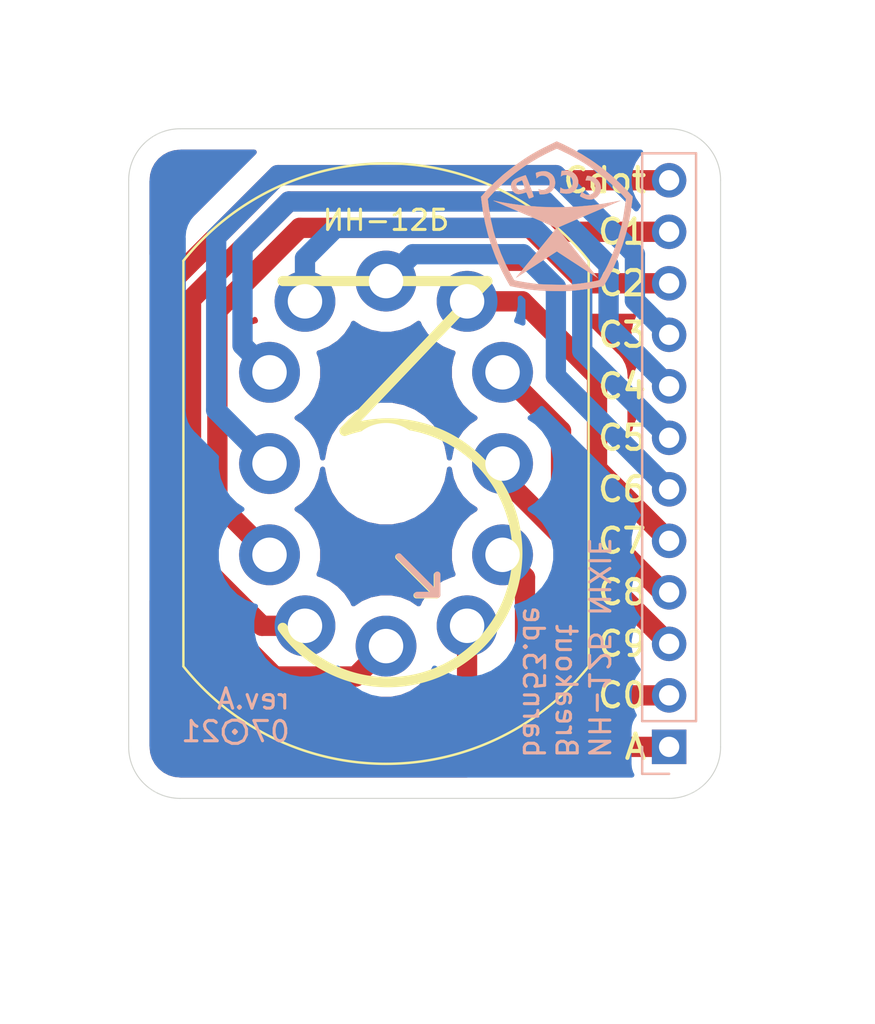
<source format=kicad_pcb>
(kicad_pcb (version 20171130) (host pcbnew "(5.1.9-0-10_14)")

  (general
    (thickness 1.6)
    (drawings 23)
    (tracks 64)
    (zones 0)
    (modules 3)
    (nets 13)
  )

  (page A4)
  (layers
    (0 F.Cu signal)
    (31 B.Cu signal)
    (32 B.Adhes user)
    (33 F.Adhes user)
    (34 B.Paste user)
    (35 F.Paste user)
    (36 B.SilkS user)
    (37 F.SilkS user)
    (38 B.Mask user)
    (39 F.Mask user)
    (40 Dwgs.User user)
    (41 Cmts.User user)
    (42 Eco1.User user)
    (43 Eco2.User user)
    (44 Edge.Cuts user)
    (45 Margin user)
    (46 B.CrtYd user)
    (47 F.CrtYd user)
    (48 B.Fab user)
    (49 F.Fab user)
  )

  (setup
    (last_trace_width 1)
    (user_trace_width 0.127)
    (user_trace_width 0.1524)
    (user_trace_width 0.3048)
    (user_trace_width 0.381)
    (user_trace_width 0.5)
    (user_trace_width 1)
    (trace_clearance 0.3)
    (zone_clearance 1)
    (zone_45_only no)
    (trace_min 0.127)
    (via_size 0.6)
    (via_drill 0.3)
    (via_min_size 0.6)
    (via_min_drill 0.3)
    (user_via 0.6 0.3)
    (user_via 0.762 0.381)
    (uvia_size 0.6)
    (uvia_drill 0.3)
    (uvias_allowed no)
    (uvia_min_size 0.6)
    (uvia_min_drill 0.3)
    (edge_width 0.05)
    (segment_width 0.2)
    (pcb_text_width 0.3)
    (pcb_text_size 1.5 1.5)
    (mod_edge_width 0.12)
    (mod_text_size 0.8128 0.8128)
    (mod_text_width 0.1524)
    (pad_size 1.524 1.524)
    (pad_drill 0.762)
    (pad_to_mask_clearance 0.05)
    (aux_axis_origin 0 0)
    (visible_elements 7FFFFFFF)
    (pcbplotparams
      (layerselection 0x010fc_ffffffff)
      (usegerberextensions false)
      (usegerberattributes true)
      (usegerberadvancedattributes true)
      (creategerberjobfile true)
      (excludeedgelayer true)
      (linewidth 0.100000)
      (plotframeref false)
      (viasonmask false)
      (mode 1)
      (useauxorigin false)
      (hpglpennumber 1)
      (hpglpenspeed 20)
      (hpglpendiameter 15.000000)
      (psnegative false)
      (psa4output false)
      (plotreference true)
      (plotvalue true)
      (plotinvisibletext false)
      (padsonsilk false)
      (subtractmaskfromsilk false)
      (outputformat 1)
      (mirror false)
      (drillshape 0)
      (scaleselection 1)
      (outputdirectory "fabrication/"))
  )

  (net 0 "")
  (net 1 /C5)
  (net 2 /C4)
  (net 3 /C3)
  (net 4 /C2)
  (net 5 /C1)
  (net 6 /CDot)
  (net 7 /A)
  (net 8 /C0)
  (net 9 /C9)
  (net 10 /C8)
  (net 11 /C7)
  (net 12 /C6)

  (net_class Default "This is the default net class."
    (clearance 0.3)
    (trace_width 1)
    (via_dia 0.6)
    (via_drill 0.3)
    (uvia_dia 0.6)
    (uvia_drill 0.3)
    (diff_pair_width 0.1524)
    (diff_pair_gap 0.127)
    (add_net /A)
    (add_net /C0)
    (add_net /C1)
    (add_net /C2)
    (add_net /C3)
    (add_net /C4)
    (add_net /C5)
    (add_net /C6)
    (add_net /C7)
    (add_net /C8)
    (add_net /C9)
    (add_net /CDot)
  )

  (net_class Power ""
    (clearance 0.254)
    (trace_width 0.3048)
    (via_dia 0.6)
    (via_drill 0.3)
    (uvia_dia 0.6)
    (uvia_drill 0.3)
    (diff_pair_width 0.3048)
    (diff_pair_gap 0.254)
  )

  (module barn53-kicad:cccp (layer B.Cu) (tedit 0) (tstamp 60E529A9)
    (at 107.5 47.5 180)
    (fp_text reference G*** (at 0 0) (layer B.SilkS) hide
      (effects (font (size 1.524 1.524) (thickness 0.3)) (justify mirror))
    )
    (fp_text value LOGO (at 0.75 0 270) (layer B.SilkS) hide
      (effects (font (size 1.524 1.524) (thickness 0.3)) (justify mirror))
    )
    (fp_poly (pts (xy 0.404073 3.508312) (xy 0.635817 3.393837) (xy 0.839764 3.289228) (xy 1.024355 3.189717)
      (xy 1.198026 3.090536) (xy 1.369215 2.986918) (xy 1.546361 2.874096) (xy 1.666331 2.795141)
      (xy 2.172151 2.438483) (xy 2.643958 2.063706) (xy 3.082823 1.669901) (xy 3.489817 1.256159)
      (xy 3.530721 1.21155) (xy 3.753017 0.967483) (xy 3.741211 0.859857) (xy 3.659009 0.250904)
      (xy 3.547841 -0.335726) (xy 3.406192 -0.905525) (xy 3.232544 -1.463983) (xy 3.025381 -2.01659)
      (xy 2.810315 -2.510692) (xy 2.745908 -2.645326) (xy 2.670957 -2.795026) (xy 2.592977 -2.945187)
      (xy 2.519481 -3.081204) (xy 2.487773 -3.137582) (xy 2.319117 -3.432319) (xy 2.063212 -3.484638)
      (xy 1.718322 -3.549542) (xy 1.384497 -3.60023) (xy 1.0509 -3.63781) (xy 0.706692 -3.663394)
      (xy 0.341034 -3.678088) (xy 0.136769 -3.681819) (xy -0.012992 -3.683248) (xy -0.155319 -3.68402)
      (xy -0.283968 -3.684144) (xy -0.392699 -3.683634) (xy -0.47527 -3.682499) (xy -0.525439 -3.680752)
      (xy -0.527538 -3.68061) (xy -0.91447 -3.648595) (xy -1.270349 -3.609875) (xy -1.602779 -3.563481)
      (xy -1.919362 -3.508442) (xy -1.995931 -3.493418) (xy -2.301785 -3.432042) (xy -2.471253 -3.133809)
      (xy -2.540675 -3.007718) (xy -2.618036 -2.860784) (xy -2.695656 -2.707981) (xy -2.765851 -2.564286)
      (xy -2.792752 -2.507057) (xy -3.028905 -1.960042) (xy -3.23075 -1.412215) (xy -3.399835 -0.857957)
      (xy -3.537712 -0.291648) (xy -3.64593 0.292334) (xy -3.721907 0.861806) (xy -3.401927 0.861806)
      (xy -3.360183 0.53348) (xy -3.268183 -0.054829) (xy -3.143669 -0.624244) (xy -2.985265 -1.179477)
      (xy -2.791594 -1.725243) (xy -2.56128 -2.266256) (xy -2.512531 -2.370446) (xy -2.475678 -2.445762)
      (xy -2.428374 -2.539001) (xy -2.374139 -2.643588) (xy -2.31649 -2.752946) (xy -2.258947 -2.8605)
      (xy -2.205027 -2.959675) (xy -2.15825 -3.043894) (xy -2.122134 -3.106583) (xy -2.100198 -3.141166)
      (xy -2.099944 -3.141505) (xy -2.080347 -3.147461) (xy -2.03002 -3.159604) (xy -1.956496 -3.176188)
      (xy -1.86731 -3.195468) (xy -1.86367 -3.19624) (xy -1.636329 -3.240003) (xy -1.386774 -3.280398)
      (xy -1.13186 -3.314912) (xy -0.898769 -3.340085) (xy -0.800315 -3.349216) (xy -0.708221 -3.357807)
      (xy -0.634141 -3.364769) (xy -0.595923 -3.368409) (xy -0.527778 -3.372321) (xy -0.426864 -3.374551)
      (xy -0.299446 -3.375235) (xy -0.15179 -3.374509) (xy 0.009839 -3.372511) (xy 0.179175 -3.369376)
      (xy 0.349953 -3.365242) (xy 0.515907 -3.360245) (xy 0.670772 -3.354521) (xy 0.808283 -3.348208)
      (xy 0.922174 -3.341442) (xy 1.006179 -3.33436) (xy 1.016 -3.333257) (xy 1.145729 -3.316924)
      (xy 1.285511 -3.297472) (xy 1.429958 -3.275836) (xy 1.573683 -3.252954) (xy 1.711297 -3.229761)
      (xy 1.837413 -3.207194) (xy 1.946643 -3.18619) (xy 2.033598 -3.167683) (xy 2.092891 -3.152611)
      (xy 2.119133 -3.14191) (xy 2.119482 -3.141505) (xy 2.141118 -3.107515) (xy 2.176999 -3.045295)
      (xy 2.223608 -2.96142) (xy 2.277425 -2.862466) (xy 2.334932 -2.755009) (xy 2.392612 -2.645624)
      (xy 2.446944 -2.540887) (xy 2.494411 -2.447373) (xy 2.531494 -2.371659) (xy 2.53207 -2.370446)
      (xy 2.769623 -1.829771) (xy 2.970265 -1.285247) (xy 3.13537 -0.732165) (xy 3.266314 -0.165812)
      (xy 3.364471 0.418522) (xy 3.379716 0.533439) (xy 3.421455 0.861723) (xy 3.305225 0.992593)
      (xy 3.140987 1.169213) (xy 2.950703 1.359636) (xy 2.741661 1.557273) (xy 2.521153 1.755538)
      (xy 2.296467 1.947845) (xy 2.074893 2.127607) (xy 1.905 2.257789) (xy 1.598221 2.47402)
      (xy 1.263516 2.688372) (xy 0.911781 2.89452) (xy 0.553912 3.086138) (xy 0.200805 3.2569)
      (xy 0.126279 3.290404) (xy 0.008328 3.342676) (xy -0.186336 3.252529) (xy -0.61707 3.042736)
      (xy -1.017706 2.82525) (xy -1.397166 2.594462) (xy -1.764373 2.344758) (xy -2.128249 2.070529)
      (xy -2.344615 1.895266) (xy -2.476714 1.781763) (xy -2.625768 1.647187) (xy -2.783052 1.499903)
      (xy -2.939839 1.348276) (xy -3.087401 1.200669) (xy -3.217012 1.065447) (xy -3.265974 1.012173)
      (xy -3.401927 0.861806) (xy -3.721907 0.861806) (xy -3.722028 0.862706) (xy -3.73419 0.97318)
      (xy -3.491674 1.233936) (xy -3.105055 1.628687) (xy -2.704615 1.995303) (xy -2.283097 2.339927)
      (xy -1.833246 2.668701) (xy -1.651 2.792329) (xy -1.233728 3.054909) (xy -0.793818 3.303972)
      (xy -0.346771 3.530993) (xy -0.103927 3.643167) (xy 0.016838 3.696894) (xy 0.404073 3.508312)) (layer B.SilkS) (width 0.01))
    (fp_poly (pts (xy 3.122719 0.766317) (xy 3.072373 0.744106) (xy 2.991234 0.70881) (xy 2.881884 0.661536)
      (xy 2.746902 0.603395) (xy 2.588872 0.535495) (xy 2.410373 0.458946) (xy 2.213986 0.374858)
      (xy 2.002294 0.284338) (xy 1.777877 0.188497) (xy 1.590361 0.108502) (xy 1.357242 0.008989)
      (xy 1.134542 -0.086292) (xy 0.924871 -0.176212) (xy 0.730837 -0.259642) (xy 0.555049 -0.335454)
      (xy 0.400115 -0.402519) (xy 0.268644 -0.459707) (xy 0.163246 -0.505891) (xy 0.086528 -0.539942)
      (xy 0.041099 -0.56073) (xy 0.029047 -0.567037) (xy 0.039883 -0.583825) (xy 0.073765 -0.62847)
      (xy 0.128859 -0.698696) (xy 0.203328 -0.79223) (xy 0.295338 -0.906795) (xy 0.403054 -1.040118)
      (xy 0.524639 -1.189922) (xy 0.65826 -1.353934) (xy 0.80208 -1.529878) (xy 0.954265 -1.71548)
      (xy 1.023316 -1.799512) (xy 1.178608 -1.988503) (xy 1.326438 -2.168667) (xy 1.464964 -2.337744)
      (xy 1.592345 -2.493476) (xy 1.706739 -2.633602) (xy 1.806306 -2.755864) (xy 1.889203 -2.858003)
      (xy 1.95359 -2.937758) (xy 1.997625 -2.992871) (xy 2.019467 -3.021082) (xy 2.021572 -3.024393)
      (xy 2.004903 -3.015062) (xy 1.958308 -2.986205) (xy 1.884601 -2.939626) (xy 1.786597 -2.877131)
      (xy 1.667111 -2.800524) (xy 1.528957 -2.711611) (xy 1.37495 -2.612196) (xy 1.207905 -2.504084)
      (xy 1.030636 -2.38908) (xy 1.013556 -2.377985) (xy 0.009769 -1.725877) (xy -0.068385 -1.778664)
      (xy -0.116711 -1.810881) (xy -0.190462 -1.859486) (xy -0.286187 -1.92224) (xy -0.400435 -1.996904)
      (xy -0.529755 -2.08124) (xy -0.670695 -2.17301) (xy -0.819804 -2.269974) (xy -0.97363 -2.369895)
      (xy -1.128724 -2.470534) (xy -1.281632 -2.569652) (xy -1.428905 -2.665011) (xy -1.56709 -2.754373)
      (xy -1.692737 -2.835499) (xy -1.802395 -2.90615) (xy -1.892612 -2.964088) (xy -1.959936 -3.007075)
      (xy -2.000918 -3.032871) (xy -2.012462 -3.039608) (xy -2.000373 -3.023891) (xy -1.965337 -2.980228)
      (xy -1.909195 -2.910875) (xy -1.833789 -2.818094) (xy -1.740963 -2.704143) (xy -1.632559 -2.571281)
      (xy -1.510419 -2.421766) (xy -1.376386 -2.257859) (xy -1.232302 -2.081818) (xy -1.08001 -1.895903)
      (xy -1.006932 -1.806742) (xy -0.851546 -1.616928) (xy -0.703691 -1.435791) (xy -0.565195 -1.265603)
      (xy -0.437887 -1.108634) (xy -0.323593 -0.967155) (xy -0.224143 -0.843437) (xy -0.141364 -0.739751)
      (xy -0.077085 -0.658368) (xy -0.033133 -0.601558) (xy -0.011338 -0.571593) (xy -0.00926 -0.567438)
      (xy -0.028008 -0.558037) (xy -0.080109 -0.534472) (xy -0.162956 -0.497873) (xy -0.273942 -0.449365)
      (xy -0.410461 -0.390078) (xy -0.569903 -0.321138) (xy -0.749663 -0.243675) (xy -0.947133 -0.158814)
      (xy -1.159705 -0.067686) (xy -1.384773 0.028584) (xy -1.570611 0.107921) (xy -1.803394 0.207275)
      (xy -2.025523 0.302198) (xy -2.234415 0.391581) (xy -2.427492 0.474315) (xy -2.602173 0.549289)
      (xy -2.755878 0.615394) (xy -2.886025 0.671521) (xy -2.990035 0.71656) (xy -3.065326 0.749402)
      (xy -3.10932 0.768937) (xy -3.120244 0.77424) (xy -3.100812 0.771861) (xy -3.049924 0.762846)
      (xy -2.97439 0.748473) (xy -2.88102 0.730018) (xy -2.835638 0.720852) (xy -2.264916 0.61934)
      (xy -1.670087 0.541129) (xy -1.05867 0.48657) (xy -0.438186 0.456015) (xy 0.183843 0.449817)
      (xy 0.799898 0.468328) (xy 1.402457 0.511901) (xy 1.475154 0.518996) (xy 1.667933 0.540147)
      (xy 1.879502 0.56645) (xy 2.100014 0.596465) (xy 2.319625 0.628752) (xy 2.528489 0.66187)
      (xy 2.716761 0.694381) (xy 2.855176 0.720852) (xy 2.954272 0.740714) (xy 3.038546 0.757073)
      (xy 3.10119 0.768649) (xy 3.135397 0.774162) (xy 3.139691 0.774332) (xy 3.122719 0.766317)) (layer B.SilkS) (width 0.01))
    (fp_poly (pts (xy -1.485053 1.999241) (xy -1.484571 1.998767) (xy -1.471564 1.973227) (xy -1.452321 1.924412)
      (xy -1.431816 1.86648) (xy -1.415026 1.81359) (xy -1.406927 1.7799) (xy -1.406769 1.777388)
      (xy -1.424196 1.771463) (xy -1.468653 1.770968) (xy -1.501543 1.773305) (xy -1.616341 1.765623)
      (xy -1.723242 1.723287) (xy -1.812299 1.650637) (xy -1.828965 1.63042) (xy -1.859395 1.585922)
      (xy -1.876473 1.543588) (xy -1.88392 1.489332) (xy -1.885462 1.416539) (xy -1.883598 1.338771)
      (xy -1.875532 1.285929) (xy -1.857553 1.243938) (xy -1.829114 1.202853) (xy -1.744783 1.121238)
      (xy -1.645878 1.072845) (xy -1.539118 1.05813) (xy -1.431225 1.077549) (xy -1.328918 1.13156)
      (xy -1.287733 1.166087) (xy -1.217542 1.232842) (xy -1.175386 1.122683) (xy -1.152953 1.061787)
      (xy -1.137662 1.015935) (xy -1.133231 0.997805) (xy -1.149716 0.983507) (xy -1.193794 0.957768)
      (xy -1.257403 0.925129) (xy -1.289454 0.909775) (xy -1.445993 0.85073) (xy -1.58886 0.826644)
      (xy -1.716753 0.837695) (xy -1.748692 0.846774) (xy -1.885131 0.906032) (xy -1.992766 0.986357)
      (xy -2.078912 1.0939) (xy -2.112594 1.15277) (xy -2.148433 1.256845) (xy -2.161914 1.378456)
      (xy -2.153209 1.503211) (xy -2.122491 1.616718) (xy -2.106636 1.651) (xy -2.020624 1.775798)
      (xy -1.910854 1.872426) (xy -1.846385 1.909751) (xy -1.786287 1.934736) (xy -1.71291 1.958948)
      (xy -1.636176 1.979946) (xy -1.566007 1.995288) (xy -1.512325 2.002533) (xy -1.485053 1.999241)) (layer B.SilkS) (width 0.01))
    (fp_poly (pts (xy 1.579067 2.024958) (xy 1.634774 2.006855) (xy 1.709395 1.980691) (xy 1.794246 1.949684)
      (xy 1.880639 1.91705) (xy 1.959888 1.886006) (xy 2.023306 1.859771) (xy 2.05658 1.84452)
      (xy 2.160929 1.775209) (xy 2.23012 1.689704) (xy 2.265331 1.586181) (xy 2.27063 1.513583)
      (xy 2.253221 1.388257) (xy 2.206371 1.278958) (xy 2.134596 1.190689) (xy 2.042412 1.128453)
      (xy 1.934337 1.097254) (xy 1.892404 1.094583) (xy 1.838042 1.100577) (xy 1.759576 1.116911)
      (xy 1.669574 1.140425) (xy 1.580604 1.167961) (xy 1.534043 1.184676) (xy 1.514313 1.171863)
      (xy 1.487616 1.121918) (xy 1.454803 1.036644) (xy 1.427698 0.965485) (xy 1.402622 0.911331)
      (xy 1.383694 0.882681) (xy 1.378964 0.880249) (xy 1.350164 0.887414) (xy 1.298285 0.904786)
      (xy 1.255346 0.920692) (xy 1.199395 0.94507) (xy 1.162138 0.966808) (xy 1.152769 0.977751)
      (xy 1.159362 1.005932) (xy 1.17773 1.063463) (xy 1.205755 1.144741) (xy 1.241323 1.244164)
      (xy 1.282315 1.356129) (xy 1.287887 1.371085) (xy 1.592002 1.371085) (xy 1.629281 1.348871)
      (xy 1.689917 1.326747) (xy 1.758415 1.309007) (xy 1.819282 1.299946) (xy 1.846385 1.30057)
      (xy 1.903128 1.321634) (xy 1.950325 1.35532) (xy 1.997083 1.424675) (xy 2.017274 1.505206)
      (xy 2.010293 1.585014) (xy 1.975537 1.652199) (xy 1.965922 1.662384) (xy 1.932091 1.686104)
      (xy 1.877943 1.715972) (xy 1.816836 1.745538) (xy 1.762134 1.768352) (xy 1.727197 1.777966)
      (xy 1.726439 1.777985) (xy 1.716461 1.760831) (xy 1.698407 1.715496) (xy 1.675342 1.651253)
      (xy 1.650331 1.577376) (xy 1.626437 1.503138) (xy 1.606724 1.437815) (xy 1.594256 1.390678)
      (xy 1.592002 1.371085) (xy 1.287887 1.371085) (xy 1.326616 1.475034) (xy 1.372109 1.595275)
      (xy 1.416677 1.711251) (xy 1.458204 1.817359) (xy 1.494573 1.907995) (xy 1.523668 1.977558)
      (xy 1.543371 2.020445) (xy 1.550964 2.031783) (xy 1.579067 2.024958)) (layer B.SilkS) (width 0.01))
    (fp_poly (pts (xy 0.799584 2.215761) (xy 0.927802 2.186972) (xy 0.996086 2.164771) (xy 1.034065 2.147599)
      (xy 1.049084 2.130026) (xy 1.048489 2.106619) (xy 1.046715 2.099036) (xy 1.036581 2.049779)
      (xy 1.025715 1.98428) (xy 1.022627 1.962795) (xy 1.010467 1.874079) (xy 0.969005 1.91303)
      (xy 0.877911 1.974447) (xy 0.774345 2.005201) (xy 0.666896 2.006136) (xy 0.564159 1.978096)
      (xy 0.474723 1.921925) (xy 0.419697 1.859085) (xy 0.371959 1.756907) (xy 0.358009 1.653253)
      (xy 0.373875 1.553449) (xy 0.415587 1.462818) (xy 0.479173 1.386686) (xy 0.560663 1.330378)
      (xy 0.656086 1.299217) (xy 0.761469 1.298529) (xy 0.825974 1.314321) (xy 0.911043 1.343307)
      (xy 0.889916 1.213846) (xy 0.877717 1.144978) (xy 0.865905 1.105987) (xy 0.849196 1.088084)
      (xy 0.822302 1.082482) (xy 0.810509 1.081845) (xy 0.759912 1.082674) (xy 0.687932 1.08741)
      (xy 0.625231 1.093435) (xy 0.500634 1.1152) (xy 0.399796 1.153152) (xy 0.308725 1.213386)
      (xy 0.267162 1.24942) (xy 0.174483 1.358512) (xy 0.116648 1.483775) (xy 0.092679 1.62756)
      (xy 0.091893 1.670539) (xy 0.110068 1.822336) (xy 0.160983 1.953149) (xy 0.244164 2.062195)
      (xy 0.359136 2.148688) (xy 0.392351 2.166476) (xy 0.469225 2.201231) (xy 0.535494 2.219789)
      (xy 0.611159 2.22678) (xy 0.655601 2.227385) (xy 0.799584 2.215761)) (layer B.SilkS) (width 0.01))
    (fp_poly (pts (xy -0.34331 2.254016) (xy -0.27702 2.251272) (xy -0.235466 2.24758) (xy -0.226108 2.245082)
      (xy -0.219636 2.222393) (xy -0.211467 2.17166) (xy -0.203347 2.103763) (xy -0.20319 2.102242)
      (xy -0.189501 1.968629) (xy -0.245314 2.005199) (xy -0.32222 2.035608) (xy -0.416946 2.044386)
      (xy -0.515181 2.032139) (xy -0.602614 1.999476) (xy -0.619406 1.989328) (xy -0.699043 1.915605)
      (xy -0.751447 1.82316) (xy -0.776125 1.720271) (xy -0.772585 1.615214) (xy -0.740335 1.516265)
      (xy -0.678883 1.431701) (xy -0.653863 1.409729) (xy -0.56236 1.358653) (xy -0.458726 1.334254)
      (xy -0.354395 1.337151) (xy -0.260801 1.367966) (xy -0.230892 1.386781) (xy -0.191533 1.412925)
      (xy -0.167684 1.423244) (xy -0.16569 1.422664) (xy -0.161173 1.400994) (xy -0.15635 1.351383)
      (xy -0.152572 1.290269) (xy -0.146538 1.164959) (xy -0.263769 1.140178) (xy -0.436071 1.117607)
      (xy -0.590193 1.126047) (xy -0.697419 1.15475) (xy -0.80126 1.212854) (xy -0.896931 1.299719)
      (xy -0.975052 1.405047) (xy -1.024954 1.51436) (xy -1.050653 1.657402) (xy -1.040048 1.798224)
      (xy -0.995733 1.930853) (xy -0.920299 2.049315) (xy -0.816339 2.147638) (xy -0.726471 2.202026)
      (xy -0.669075 2.228017) (xy -0.617958 2.244067) (xy -0.560483 2.252416) (xy -0.484011 2.255301)
      (xy -0.425399 2.255349) (xy -0.34331 2.254016)) (layer B.SilkS) (width 0.01))
  )

  (module barn53-kicad:IN12-B-1.7mm (layer F.Cu) (tedit 60E4D1EB) (tstamp 60E53E9B)
    (at 99.06 59.69)
    (path /60E46671)
    (fp_text reference V1 (at 0 18.796) (layer F.SilkS) hide
      (effects (font (size 1 1) (thickness 0.15)))
    )
    (fp_text value IN12-B (at -0.1 13.6) (layer F.Fab)
      (effects (font (size 1 1) (thickness 0.15)))
    )
    (fp_line (start 2.535 6.472) (end 0.635 4.572) (layer B.SilkS) (width 0.3))
    (fp_line (start 2.535 6.472) (end 1.535 6.472) (layer B.SilkS) (width 0.3))
    (fp_line (start 2.535 6.472) (end 2.535 5.472) (layer B.SilkS) (width 0.3))
    (fp_line (start 2.5 6.5) (end 0.6 4.6) (layer F.SilkS) (width 0.3))
    (fp_line (start 2.5 6.5) (end 2.5 5.5) (layer F.SilkS) (width 0.3))
    (fp_line (start 2.5 6.5) (end 1.5 6.5) (layer F.SilkS) (width 0.3))
    (fp_line (start 10 0) (end 9.999999 -9.999999) (layer F.SilkS) (width 0.12))
    (fp_line (start 10 0) (end 10 10) (layer F.SilkS) (width 0.12))
    (fp_line (start -10 -10) (end -10 10) (layer F.SilkS) (width 0.12))
    (fp_line (start -5.1 -9) (end 5 -9) (layer F.SilkS) (width 0.5))
    (fp_line (start 5 -9) (end -2.044349 -1.610969) (layer F.SilkS) (width 0.5))
    (fp_text user ИН-12Б (at 0 -12) (layer F.SilkS)
      (effects (font (size 1 1) (thickness 0.15)))
    )
    (fp_arc (start 0.1 4.4) (end -5.099999 8.099999) (angle -254.2) (layer F.SilkS) (width 0.5))
    (fp_arc (start 0 2) (end -9.999999 9.999999) (angle -102.7) (layer F.SilkS) (width 0.12))
    (fp_arc (start 0 -2) (end 9.999999 -9.999999) (angle -102.7) (layer F.SilkS) (width 0.12))
    (pad "" np_thru_hole circle (at 0 0) (size 4 4) (drill 4) (layers *.Cu *.Mask))
    (pad 12 thru_hole circle (at 0 9) (size 3 3) (drill 1.7) (layers *.Cu *.Mask)
      (net 6 /CDot))
    (pad 6 thru_hole circle (at 0 -9) (size 3 3) (drill 1.7) (layers *.Cu *.Mask)
      (net 12 /C6))
    (pad 1 thru_hole circle (at 4 8) (size 3 3) (drill 1.7) (layers *.Cu *.Mask)
      (net 7 /A))
    (pad 2 thru_hole circle (at 5.75 4.5) (size 3 3) (drill 1.7) (layers *.Cu *.Mask)
      (net 8 /C0))
    (pad 3 thru_hole circle (at 5.75 0) (size 3 3) (drill 1.7) (layers *.Cu *.Mask)
      (net 9 /C9))
    (pad 4 thru_hole circle (at 5.75 -4.5) (size 3 3) (drill 1.7) (layers *.Cu *.Mask)
      (net 10 /C8))
    (pad 5 thru_hole circle (at 4 -8) (size 3 3) (drill 1.7) (layers *.Cu *.Mask)
      (net 11 /C7))
    (pad 7 thru_hole circle (at -4 -8) (size 3 3) (drill 1.7) (layers *.Cu *.Mask)
      (net 1 /C5))
    (pad 8 thru_hole circle (at -5.75 -4.5) (size 3 3) (drill 1.7) (layers *.Cu *.Mask)
      (net 2 /C4))
    (pad 9 thru_hole circle (at -5.75 0) (size 3 3) (drill 1.7) (layers *.Cu *.Mask)
      (net 3 /C3))
    (pad 10 thru_hole circle (at -5.75 4.5) (size 3 3) (drill 1.7) (layers *.Cu *.Mask)
      (net 4 /C2))
    (pad 11 thru_hole circle (at -4 8) (size 3 3) (drill 1.7) (layers *.Cu *.Mask)
      (net 5 /C1))
    (model "${BARN53_KICAD_DIR}/3dmodels/NIXIE Tube IN12-B.step"
      (offset (xyz -10 -14.7 1))
      (scale (xyz 1 1 1))
      (rotate (xyz 0 0 0))
    )
  )

  (module Connector_PinHeader_2.54mm:PinHeader_1x12_P2.54mm_Vertical (layer B.Cu) (tedit 59FED5CC) (tstamp 60E51EEE)
    (at 113.03 73.66)
    (descr "Through hole straight pin header, 1x12, 2.54mm pitch, single row")
    (tags "Through hole pin header THT 1x12 2.54mm single row")
    (path /60E6356C)
    (fp_text reference J1 (at 0 5.08) (layer B.SilkS) hide
      (effects (font (size 1 1) (thickness 0.15)) (justify mirror))
    )
    (fp_text value Conn_01x12_Male (at -0.508 12.827) (layer B.Fab)
      (effects (font (size 1 1) (thickness 0.15)) (justify mirror))
    )
    (fp_line (start 1.8 1.8) (end -1.8 1.8) (layer B.CrtYd) (width 0.05))
    (fp_line (start 1.8 -29.75) (end 1.8 1.8) (layer B.CrtYd) (width 0.05))
    (fp_line (start -1.8 -29.75) (end 1.8 -29.75) (layer B.CrtYd) (width 0.05))
    (fp_line (start -1.8 1.8) (end -1.8 -29.75) (layer B.CrtYd) (width 0.05))
    (fp_line (start -1.33 1.33) (end 0 1.33) (layer B.SilkS) (width 0.12))
    (fp_line (start -1.33 0) (end -1.33 1.33) (layer B.SilkS) (width 0.12))
    (fp_line (start -1.33 -1.27) (end 1.33 -1.27) (layer B.SilkS) (width 0.12))
    (fp_line (start 1.33 -1.27) (end 1.33 -29.27) (layer B.SilkS) (width 0.12))
    (fp_line (start -1.33 -1.27) (end -1.33 -29.27) (layer B.SilkS) (width 0.12))
    (fp_line (start -1.33 -29.27) (end 1.33 -29.27) (layer B.SilkS) (width 0.12))
    (fp_line (start -1.27 0.635) (end -0.635 1.27) (layer B.Fab) (width 0.1))
    (fp_line (start -1.27 -29.21) (end -1.27 0.635) (layer B.Fab) (width 0.1))
    (fp_line (start 1.27 -29.21) (end -1.27 -29.21) (layer B.Fab) (width 0.1))
    (fp_line (start 1.27 1.27) (end 1.27 -29.21) (layer B.Fab) (width 0.1))
    (fp_line (start -0.635 1.27) (end 1.27 1.27) (layer B.Fab) (width 0.1))
    (fp_text user %R (at 0 -13.97 -90) (layer B.Fab)
      (effects (font (size 1 1) (thickness 0.15)) (justify mirror))
    )
    (pad 12 thru_hole oval (at 0 -27.94) (size 1.7 1.7) (drill 1) (layers *.Cu *.Mask)
      (net 6 /CDot))
    (pad 11 thru_hole oval (at 0 -25.4) (size 1.7 1.7) (drill 1) (layers *.Cu *.Mask)
      (net 5 /C1))
    (pad 10 thru_hole oval (at 0 -22.86) (size 1.7 1.7) (drill 1) (layers *.Cu *.Mask)
      (net 4 /C2))
    (pad 9 thru_hole oval (at 0 -20.32) (size 1.7 1.7) (drill 1) (layers *.Cu *.Mask)
      (net 3 /C3))
    (pad 8 thru_hole oval (at 0 -17.78) (size 1.7 1.7) (drill 1) (layers *.Cu *.Mask)
      (net 2 /C4))
    (pad 7 thru_hole oval (at 0 -15.24) (size 1.7 1.7) (drill 1) (layers *.Cu *.Mask)
      (net 1 /C5))
    (pad 6 thru_hole oval (at 0 -12.7) (size 1.7 1.7) (drill 1) (layers *.Cu *.Mask)
      (net 12 /C6))
    (pad 5 thru_hole oval (at 0 -10.16) (size 1.7 1.7) (drill 1) (layers *.Cu *.Mask)
      (net 11 /C7))
    (pad 4 thru_hole oval (at 0 -7.62) (size 1.7 1.7) (drill 1) (layers *.Cu *.Mask)
      (net 10 /C8))
    (pad 3 thru_hole oval (at 0 -5.08) (size 1.7 1.7) (drill 1) (layers *.Cu *.Mask)
      (net 9 /C9))
    (pad 2 thru_hole oval (at 0 -2.54) (size 1.7 1.7) (drill 1) (layers *.Cu *.Mask)
      (net 8 /C0))
    (pad 1 thru_hole rect (at 0 0) (size 1.7 1.7) (drill 1) (layers *.Cu *.Mask)
      (net 7 /A))
    (model ${KISYS3DMOD}/Connector_PinHeader_2.54mm.3dshapes/PinHeader_1x12_P2.54mm_Vertical.wrl
      (at (xyz 0 0 0))
      (scale (xyz 1 1 1))
      (rotate (xyz 0 0 0))
    )
  )

  (gr_text ⊙ (at 91.6 72.8) (layer B.SilkS)
    (effects (font (size 1.5 1.5) (thickness 0.1524)) (justify mirror))
  )
  (gr_text "rev.A\n07  21" (at 94.4 72.1) (layer B.SilkS) (tstamp 60E57EDB)
    (effects (font (size 1 1) (thickness 0.1524)) (justify left mirror))
  )
  (gr_text "ИН-12Б NIXIE\nBreakout\nbarn53.de" (at 107.95 74.295 -90) (layer B.SilkS)
    (effects (font (size 1 1) (thickness 0.1524)) (justify left mirror))
  )
  (gr_arc (start 113.03 73.66) (end 113.03 76.2) (angle -90) (layer Edge.Cuts) (width 0.05))
  (gr_arc (start 88.9 73.66) (end 86.36 73.66) (angle -90) (layer Edge.Cuts) (width 0.05))
  (gr_arc (start 88.9 45.72) (end 88.9 43.18) (angle -90) (layer Edge.Cuts) (width 0.05))
  (gr_arc (start 113.03 45.72) (end 115.57 45.72) (angle -90) (layer Edge.Cuts) (width 0.05))
  (gr_text "Cdot\n" (at 112.014 45.72) (layer F.SilkS) (tstamp 60E530A2)
    (effects (font (size 1.2 1.2) (thickness 0.2)) (justify right))
  )
  (gr_text C1 (at 112.014 48.26) (layer F.SilkS) (tstamp 60E530AE)
    (effects (font (size 1.2 1.2) (thickness 0.2)) (justify right))
  )
  (gr_text C2 (at 112.014 50.8) (layer F.SilkS) (tstamp 60E530B1)
    (effects (font (size 1.2 1.2) (thickness 0.2)) (justify right))
  )
  (gr_text C3 (at 112.014 53.34) (layer F.SilkS) (tstamp 60E530B4)
    (effects (font (size 1.2 1.2) (thickness 0.2)) (justify right))
  )
  (gr_text C4 (at 112.014 55.88) (layer F.SilkS) (tstamp 60E530B7)
    (effects (font (size 1.2 1.2) (thickness 0.2)) (justify right))
  )
  (gr_text C5 (at 112.014 58.42) (layer F.SilkS) (tstamp 60E530C0)
    (effects (font (size 1.2 1.2) (thickness 0.2)) (justify right))
  )
  (gr_text C6 (at 112.014 60.96) (layer F.SilkS) (tstamp 60E530BA)
    (effects (font (size 1.2 1.2) (thickness 0.2)) (justify right))
  )
  (gr_text C7 (at 112.014 63.5) (layer F.SilkS) (tstamp 60E530BD)
    (effects (font (size 1.2 1.2) (thickness 0.2)) (justify right))
  )
  (gr_text C8 (at 112.014 66.04) (layer F.SilkS) (tstamp 60E530AB)
    (effects (font (size 1.2 1.2) (thickness 0.2)) (justify right))
  )
  (gr_text C9 (at 112.014 68.58) (layer F.SilkS) (tstamp 60E530A5)
    (effects (font (size 1.2 1.2) (thickness 0.2)) (justify right))
  )
  (gr_text C0 (at 112.014 71.12) (layer F.SilkS) (tstamp 60E530C3)
    (effects (font (size 1.2 1.2) (thickness 0.2)) (justify right))
  )
  (gr_text A (at 112.014 73.66) (layer F.SilkS) (tstamp 60E530A8)
    (effects (font (size 1.2 1.2) (thickness 0.2)) (justify right))
  )
  (gr_line (start 115.57 73.66) (end 115.57 45.72) (layer Edge.Cuts) (width 0.05) (tstamp 60E52716))
  (gr_line (start 88.9 76.2) (end 113.03 76.2) (layer Edge.Cuts) (width 0.05))
  (gr_line (start 86.36 45.72) (end 86.36 73.66) (layer Edge.Cuts) (width 0.05))
  (gr_line (start 113.03 43.18) (end 88.9 43.18) (layer Edge.Cuts) (width 0.05))

  (segment (start 113.03 58.42) (end 108.742011 54.132011) (width 1) (layer B.Cu) (net 1))
  (segment (start 95.06 49.56868) (end 95.06 51.69) (width 1) (layer B.Cu) (net 1))
  (segment (start 96.562658 48.066022) (end 95.06 49.56868) (width 1) (layer B.Cu) (net 1))
  (segment (start 106.365038 48.066022) (end 96.562658 48.066022) (width 1) (layer B.Cu) (net 1))
  (segment (start 108.742011 50.442995) (end 106.365038 48.066022) (width 1) (layer B.Cu) (net 1))
  (segment (start 108.742011 54.132011) (end 108.742011 50.442995) (width 1) (layer B.Cu) (net 1))
  (segment (start 91.978011 49.052481) (end 91.978011 53.858011) (width 1) (layer B.Cu) (net 2))
  (segment (start 94.264481 46.766011) (end 91.978011 49.052481) (width 1) (layer B.Cu) (net 2))
  (segment (start 106.903519 46.766011) (end 94.264481 46.766011) (width 1) (layer B.Cu) (net 2))
  (segment (start 110.042022 52.892022) (end 110.042022 49.904514) (width 1) (layer B.Cu) (net 2))
  (segment (start 110.042022 49.904514) (end 106.903519 46.766011) (width 1) (layer B.Cu) (net 2))
  (segment (start 113.03 55.88) (end 110.042022 52.892022) (width 1) (layer B.Cu) (net 2))
  (segment (start 91.978011 53.858011) (end 93.31 55.19) (width 1) (layer B.Cu) (net 2))
  (segment (start 90.678 57.058) (end 93.31 59.69) (width 1) (layer B.Cu) (net 3))
  (segment (start 93.726 45.466) (end 90.678 48.514) (width 1) (layer B.Cu) (net 3))
  (segment (start 113.03 53.34) (end 111.342033 51.652033) (width 1) (layer B.Cu) (net 3))
  (segment (start 111.342033 49.366033) (end 107.442 45.466) (width 1) (layer B.Cu) (net 3))
  (segment (start 111.342033 51.652033) (end 111.342033 49.366033) (width 1) (layer B.Cu) (net 3))
  (segment (start 107.442 45.466) (end 93.726 45.466) (width 1) (layer B.Cu) (net 3))
  (segment (start 90.678 48.514) (end 90.678 57.058) (width 1) (layer B.Cu) (net 3))
  (segment (start 90.738022 61.618022) (end 93.31 64.19) (width 1) (layer F.Cu) (net 4))
  (segment (start 108.905508 50.8) (end 106.17153 48.066022) (width 1) (layer F.Cu) (net 4))
  (segment (start 90.738022 52.130962) (end 90.738022 61.618022) (width 1) (layer F.Cu) (net 4))
  (segment (start 94.802962 48.066022) (end 90.738022 52.130962) (width 1) (layer F.Cu) (net 4))
  (segment (start 106.17153 48.066022) (end 94.802962 48.066022) (width 1) (layer F.Cu) (net 4))
  (segment (start 113.03 50.8) (end 108.905508 50.8) (width 1) (layer F.Cu) (net 4))
  (segment (start 94.264481 46.766011) (end 89.438011 51.592481) (width 1) (layer F.Cu) (net 5))
  (segment (start 92.93868 67.69) (end 95.06 67.69) (width 1) (layer F.Cu) (net 5))
  (segment (start 89.438011 64.189331) (end 92.93868 67.69) (width 1) (layer F.Cu) (net 5))
  (segment (start 106.710011 46.766011) (end 94.264481 46.766011) (width 1) (layer F.Cu) (net 5))
  (segment (start 113.03 48.26) (end 108.204 48.26) (width 1) (layer F.Cu) (net 5))
  (segment (start 89.438011 51.592481) (end 89.438011 64.189331) (width 1) (layer F.Cu) (net 5))
  (segment (start 108.204 48.26) (end 106.710011 46.766011) (width 1) (layer F.Cu) (net 5))
  (segment (start 97.560001 70.189999) (end 99.06 68.69) (width 1) (layer F.Cu) (net 6))
  (segment (start 93.557999 70.189999) (end 97.560001 70.189999) (width 1) (layer F.Cu) (net 6))
  (segment (start 88.138 51.054) (end 88.138 64.77) (width 1) (layer F.Cu) (net 6))
  (segment (start 88.138 64.77) (end 93.557999 70.189999) (width 1) (layer F.Cu) (net 6))
  (segment (start 93.726 45.466) (end 88.138 51.054) (width 1) (layer F.Cu) (net 6))
  (segment (start 107.442 45.466) (end 93.726 45.466) (width 1) (layer F.Cu) (net 6))
  (segment (start 107.696 45.72) (end 107.442 45.466) (width 1) (layer F.Cu) (net 6))
  (segment (start 113.03 45.72) (end 107.696 45.72) (width 1) (layer F.Cu) (net 6))
  (segment (start 103.06 67.69) (end 103.06 72.834) (width 1) (layer F.Cu) (net 7))
  (segment (start 103.886 73.66) (end 113.03 73.66) (width 1) (layer F.Cu) (net 7))
  (segment (start 103.06 72.834) (end 103.886 73.66) (width 1) (layer F.Cu) (net 7))
  (segment (start 105.918 65.298) (end 104.81 64.19) (width 1) (layer F.Cu) (net 8))
  (segment (start 105.918 69.85) (end 105.918 65.298) (width 1) (layer F.Cu) (net 8))
  (segment (start 107.188 71.12) (end 105.918 69.85) (width 1) (layer F.Cu) (net 8))
  (segment (start 113.03 71.12) (end 107.188 71.12) (width 1) (layer F.Cu) (net 8))
  (segment (start 110.363 65.913) (end 113.03 68.58) (width 1) (layer F.Cu) (net 9))
  (segment (start 104.81 60.36) (end 110.363 65.913) (width 1) (layer F.Cu) (net 9))
  (segment (start 104.81 59.69) (end 104.81 60.36) (width 1) (layer F.Cu) (net 9))
  (segment (start 107.696 58.076) (end 104.81 55.19) (width 1) (layer F.Cu) (net 10))
  (segment (start 107.696 61.020493) (end 107.696 58.076) (width 1) (layer F.Cu) (net 10))
  (segment (start 112.715507 66.04) (end 107.696 61.020493) (width 1) (layer F.Cu) (net 10))
  (segment (start 113.03 66.04) (end 112.715507 66.04) (width 1) (layer F.Cu) (net 10))
  (segment (start 105.792 51.69) (end 103.06 51.69) (width 1) (layer F.Cu) (net 11))
  (segment (start 109.474 55.372) (end 105.792 51.69) (width 1) (layer F.Cu) (net 11))
  (segment (start 109.474 59.944) (end 109.474 55.372) (width 1) (layer F.Cu) (net 11))
  (segment (start 113.03 63.5) (end 109.474 59.944) (width 1) (layer F.Cu) (net 11))
  (segment (start 107.442 55.372) (end 113.03 60.96) (width 1) (layer B.Cu) (net 12))
  (segment (start 107.442 50.981476) (end 107.442 55.372) (width 1) (layer B.Cu) (net 12))
  (segment (start 105.826557 49.366033) (end 107.442 50.981476) (width 1) (layer B.Cu) (net 12))
  (segment (start 100.383967 49.366033) (end 105.826557 49.366033) (width 1) (layer B.Cu) (net 12))
  (segment (start 99.06 50.69) (end 100.383967 49.366033) (width 1) (layer B.Cu) (net 12))

  (zone (net 0) (net_name "") (layer F.Cu) (tstamp 60E4C81D) (hatch edge 0.508)
    (connect_pads (clearance 1))
    (min_thickness 0.254)
    (fill yes (arc_segments 32) (thermal_gap 0.508) (thermal_bridge_width 0.508))
    (polygon
      (pts
        (xy 121.92 81.28) (xy 81.28 81.28) (xy 81.28 38.1) (xy 121.92 38.1)
      )
    )
    (filled_polygon
      (pts
        (xy 92.351024 71.28395) (xy 92.40197 71.346028) (xy 92.464048 71.396974) (xy 92.464051 71.396977) (xy 92.571152 71.484872)
        (xy 92.649713 71.549345) (xy 92.932361 71.700424) (xy 93.239051 71.793457) (xy 93.478074 71.816999) (xy 93.478084 71.816999)
        (xy 93.557998 71.82487) (xy 93.637913 71.816999) (xy 97.480087 71.816999) (xy 97.560001 71.82487) (xy 97.639915 71.816999)
        (xy 97.639926 71.816999) (xy 97.878949 71.793457) (xy 98.185639 71.700424) (xy 98.468287 71.549345) (xy 98.71603 71.346028)
        (xy 98.748471 71.306499) (xy 98.801263 71.317) (xy 99.318737 71.317) (xy 99.826268 71.216046) (xy 100.304351 71.018017)
        (xy 100.734615 70.730524) (xy 101.100524 70.364615) (xy 101.388017 69.934351) (xy 101.433 69.825752) (xy 101.433001 72.754076)
        (xy 101.425129 72.834) (xy 101.433001 72.913925) (xy 101.456543 73.152948) (xy 101.535387 73.412864) (xy 101.549576 73.459638)
        (xy 101.700654 73.742285) (xy 101.853022 73.927947) (xy 101.853026 73.927951) (xy 101.903972 73.990029) (xy 101.966051 74.040976)
        (xy 102.679016 74.753941) (xy 102.729971 74.816029) (xy 102.977714 75.019346) (xy 103.031322 75.048) (xy 88.956343 75.048)
        (xy 88.631474 75.016146) (xy 88.373181 74.938163) (xy 88.134949 74.811493) (xy 87.925859 74.640963) (xy 87.753877 74.433072)
        (xy 87.625548 74.195732) (xy 87.545761 73.937982) (xy 87.512 73.61677) (xy 87.512 66.444925)
      )
    )
    (filled_polygon
      (pts
        (xy 104.761971 71.006029) (xy 104.824054 71.056979) (xy 105.800074 72.033) (xy 104.687 72.033) (xy 104.687 70.914676)
      )
    )
    (filled_polygon
      (pts
        (xy 109.269052 67.119978) (xy 109.269058 67.119983) (xy 111.085082 68.936007) (xy 111.128975 69.15667) (xy 111.268287 69.493)
        (xy 107.861926 69.493) (xy 107.545 69.176075) (xy 107.545 65.395926)
      )
    )
    (filled_polygon
      (pts
        (xy 102.283954 60.456268) (xy 102.481983 60.934351) (xy 102.769476 61.364615) (xy 103.135385 61.730524) (xy 103.448888 61.94)
        (xy 103.135385 62.149476) (xy 102.769476 62.515385) (xy 102.481983 62.945649) (xy 102.283954 63.423732) (xy 102.183 63.931263)
        (xy 102.183 64.448737) (xy 102.283954 64.956268) (xy 102.364177 65.149942) (xy 102.293732 65.163954) (xy 101.815649 65.361983)
        (xy 101.385385 65.649476) (xy 101.019476 66.015385) (xy 100.731983 66.445649) (xy 100.666427 66.603914) (xy 100.304351 66.361983)
        (xy 99.826268 66.163954) (xy 99.318737 66.063) (xy 98.801263 66.063) (xy 98.293732 66.163954) (xy 97.815649 66.361983)
        (xy 97.453573 66.603914) (xy 97.388017 66.445649) (xy 97.100524 66.015385) (xy 96.734615 65.649476) (xy 96.304351 65.361983)
        (xy 95.826268 65.163954) (xy 95.755823 65.149942) (xy 95.836046 64.956268) (xy 95.937 64.448737) (xy 95.937 63.931263)
        (xy 95.836046 63.423732) (xy 95.638017 62.945649) (xy 95.350524 62.515385) (xy 94.984615 62.149476) (xy 94.671112 61.94)
        (xy 94.984615 61.730524) (xy 95.350524 61.364615) (xy 95.638017 60.934351) (xy 95.836046 60.456268) (xy 95.933 59.968846)
        (xy 95.933 59.997983) (xy 96.053169 60.602112) (xy 96.288889 61.17119) (xy 96.631101 61.683346) (xy 97.066654 62.118899)
        (xy 97.57881 62.461111) (xy 98.147888 62.696831) (xy 98.752017 62.817) (xy 99.367983 62.817) (xy 99.972112 62.696831)
        (xy 100.54119 62.461111) (xy 101.053346 62.118899) (xy 101.488899 61.683346) (xy 101.831111 61.17119) (xy 102.066831 60.602112)
        (xy 102.187 59.997983) (xy 102.187 59.968846)
      )
    )
    (filled_polygon
      (pts
        (xy 111.128975 58.99667) (xy 111.278005 59.356461) (xy 111.460484 59.629559) (xy 111.101 59.270075) (xy 111.101 58.85603)
      )
    )
    (filled_polygon
      (pts
        (xy 100.731983 52.934351) (xy 101.019476 53.364615) (xy 101.385385 53.730524) (xy 101.815649 54.018017) (xy 102.293732 54.216046)
        (xy 102.364177 54.230058) (xy 102.283954 54.423732) (xy 102.183 54.931263) (xy 102.183 55.448737) (xy 102.283954 55.956268)
        (xy 102.481983 56.434351) (xy 102.769476 56.864615) (xy 103.135385 57.230524) (xy 103.448888 57.44) (xy 103.135385 57.649476)
        (xy 102.769476 58.015385) (xy 102.481983 58.445649) (xy 102.283954 58.923732) (xy 102.187 59.411154) (xy 102.187 59.382017)
        (xy 102.066831 58.777888) (xy 101.831111 58.20881) (xy 101.488899 57.696654) (xy 101.053346 57.261101) (xy 100.54119 56.918889)
        (xy 99.972112 56.683169) (xy 99.367983 56.563) (xy 98.752017 56.563) (xy 98.147888 56.683169) (xy 97.57881 56.918889)
        (xy 97.066654 57.261101) (xy 96.631101 57.696654) (xy 96.288889 58.20881) (xy 96.053169 58.777888) (xy 95.933 59.382017)
        (xy 95.933 59.411154) (xy 95.836046 58.923732) (xy 95.638017 58.445649) (xy 95.350524 58.015385) (xy 94.984615 57.649476)
        (xy 94.671112 57.44) (xy 94.984615 57.230524) (xy 95.350524 56.864615) (xy 95.638017 56.434351) (xy 95.836046 55.956268)
        (xy 95.937 55.448737) (xy 95.937 54.931263) (xy 95.836046 54.423732) (xy 95.755823 54.230058) (xy 95.826268 54.216046)
        (xy 96.304351 54.018017) (xy 96.734615 53.730524) (xy 97.100524 53.364615) (xy 97.388017 52.934351) (xy 97.453573 52.776086)
        (xy 97.815649 53.018017) (xy 98.293732 53.216046) (xy 98.801263 53.317) (xy 99.318737 53.317) (xy 99.826268 53.216046)
        (xy 100.304351 53.018017) (xy 100.666427 52.776086)
      )
    )
    (filled_polygon
      (pts
        (xy 111.128975 56.45667) (xy 111.278005 56.816461) (xy 111.494364 57.140264) (xy 111.5041 57.15) (xy 111.494364 57.159736)
        (xy 111.278005 57.483539) (xy 111.128975 57.84333) (xy 111.101 57.98397) (xy 111.101 56.31603)
      )
    )
    (filled_polygon
      (pts
        (xy 111.128975 52.76333) (xy 111.053 53.145282) (xy 111.053 53.534718) (xy 111.128975 53.91667) (xy 111.278005 54.276461)
        (xy 111.494364 54.600264) (xy 111.5041 54.61) (xy 111.494364 54.619736) (xy 111.278005 54.943539) (xy 111.128975 55.30333)
        (xy 111.10255 55.436178) (xy 111.108871 55.371999) (xy 111.101 55.292085) (xy 111.101 55.292075) (xy 111.077458 55.053052)
        (xy 110.984425 54.746362) (xy 110.833346 54.463714) (xy 110.800534 54.423732) (xy 110.680978 54.278052) (xy 110.680975 54.278049)
        (xy 110.630029 54.215971) (xy 110.567951 54.165025) (xy 108.8304 52.427474) (xy 108.905508 52.434872) (xy 108.985433 52.427)
        (xy 111.268287 52.427)
      )
    )
    (filled_polygon
      (pts
        (xy 92.614177 52.649942) (xy 92.543732 52.663954) (xy 92.479243 52.690666) (xy 92.586583 52.583326)
      )
    )
    (filled_polygon
      (pts
        (xy 105.867109 50.062527) (xy 105.792 50.055129) (xy 105.712086 50.063) (xy 105.132339 50.063) (xy 105.100524 50.015385)
        (xy 104.778161 49.693022) (xy 105.497605 49.693022)
      )
    )
    (filled_polygon
      (pts
        (xy 92.51902 44.372055) (xy 87.512 49.379075) (xy 87.512 45.776343) (xy 87.543854 45.451474) (xy 87.621837 45.193181)
        (xy 87.748507 44.954949) (xy 87.919037 44.745859) (xy 88.126926 44.573878) (xy 88.36427 44.445547) (xy 88.622014 44.365761)
        (xy 88.94323 44.332) (xy 92.551892 44.332)
      )
    )
  )
  (zone (net 0) (net_name "") (layer B.Cu) (tstamp 60E4C81A) (hatch edge 0.508)
    (connect_pads (clearance 1))
    (min_thickness 0.254)
    (fill yes (arc_segments 32) (thermal_gap 0.508) (thermal_bridge_width 0.508))
    (polygon
      (pts
        (xy 123.19 82.55) (xy 80.01 82.55) (xy 80.01 36.83) (xy 123.19 36.83)
      )
    )
    (filled_polygon
      (pts
        (xy 92.519025 44.372049) (xy 89.584054 47.307021) (xy 89.521971 47.357971) (xy 89.318654 47.605715) (xy 89.167575 47.888363)
        (xy 89.074542 48.195053) (xy 89.051 48.434076) (xy 89.051 48.434086) (xy 89.043129 48.514) (xy 89.051 48.593915)
        (xy 89.051001 56.978076) (xy 89.043129 57.058) (xy 89.074543 57.376947) (xy 89.167576 57.683638) (xy 89.318654 57.966285)
        (xy 89.471022 58.151947) (xy 89.471026 58.151951) (xy 89.521972 58.214029) (xy 89.58405 58.264975) (xy 90.694172 59.375097)
        (xy 90.683 59.431263) (xy 90.683 59.948737) (xy 90.783954 60.456268) (xy 90.981983 60.934351) (xy 91.269476 61.364615)
        (xy 91.635385 61.730524) (xy 91.948888 61.94) (xy 91.635385 62.149476) (xy 91.269476 62.515385) (xy 90.981983 62.945649)
        (xy 90.783954 63.423732) (xy 90.683 63.931263) (xy 90.683 64.448737) (xy 90.783954 64.956268) (xy 90.981983 65.434351)
        (xy 91.269476 65.864615) (xy 91.635385 66.230524) (xy 92.065649 66.518017) (xy 92.543732 66.716046) (xy 92.614177 66.730058)
        (xy 92.533954 66.923732) (xy 92.433 67.431263) (xy 92.433 67.948737) (xy 92.533954 68.456268) (xy 92.731983 68.934351)
        (xy 93.019476 69.364615) (xy 93.385385 69.730524) (xy 93.815649 70.018017) (xy 94.293732 70.216046) (xy 94.801263 70.317)
        (xy 95.318737 70.317) (xy 95.826268 70.216046) (xy 96.304351 70.018017) (xy 96.666427 69.776086) (xy 96.731983 69.934351)
        (xy 97.019476 70.364615) (xy 97.385385 70.730524) (xy 97.815649 71.018017) (xy 98.293732 71.216046) (xy 98.801263 71.317)
        (xy 99.318737 71.317) (xy 99.826268 71.216046) (xy 100.304351 71.018017) (xy 100.734615 70.730524) (xy 101.100524 70.364615)
        (xy 101.388017 69.934351) (xy 101.453573 69.776086) (xy 101.815649 70.018017) (xy 102.293732 70.216046) (xy 102.801263 70.317)
        (xy 103.318737 70.317) (xy 103.826268 70.216046) (xy 104.304351 70.018017) (xy 104.734615 69.730524) (xy 105.100524 69.364615)
        (xy 105.388017 68.934351) (xy 105.586046 68.456268) (xy 105.687 67.948737) (xy 105.687 67.431263) (xy 105.586046 66.923732)
        (xy 105.505823 66.730058) (xy 105.576268 66.716046) (xy 106.054351 66.518017) (xy 106.484615 66.230524) (xy 106.850524 65.864615)
        (xy 107.138017 65.434351) (xy 107.336046 64.956268) (xy 107.437 64.448737) (xy 107.437 63.931263) (xy 107.336046 63.423732)
        (xy 107.138017 62.945649) (xy 106.850524 62.515385) (xy 106.484615 62.149476) (xy 106.171112 61.94) (xy 106.484615 61.730524)
        (xy 106.850524 61.364615) (xy 107.138017 60.934351) (xy 107.336046 60.456268) (xy 107.437 59.948737) (xy 107.437 59.431263)
        (xy 107.336046 58.923732) (xy 107.138017 58.445649) (xy 106.850524 58.015385) (xy 106.484615 57.649476) (xy 106.171112 57.44)
        (xy 106.484615 57.230524) (xy 106.742107 56.973032) (xy 111.085082 61.316007) (xy 111.128975 61.53667) (xy 111.278005 61.896461)
        (xy 111.494364 62.220264) (xy 111.5041 62.23) (xy 111.494364 62.239736) (xy 111.278005 62.563539) (xy 111.128975 62.92333)
        (xy 111.053 63.305282) (xy 111.053 63.694718) (xy 111.128975 64.07667) (xy 111.278005 64.436461) (xy 111.494364 64.760264)
        (xy 111.5041 64.77) (xy 111.494364 64.779736) (xy 111.278005 65.103539) (xy 111.128975 65.46333) (xy 111.053 65.845282)
        (xy 111.053 66.234718) (xy 111.128975 66.61667) (xy 111.278005 66.976461) (xy 111.494364 67.300264) (xy 111.5041 67.31)
        (xy 111.494364 67.319736) (xy 111.278005 67.643539) (xy 111.128975 68.00333) (xy 111.053 68.385282) (xy 111.053 68.774718)
        (xy 111.128975 69.15667) (xy 111.278005 69.516461) (xy 111.494364 69.840264) (xy 111.5041 69.85) (xy 111.494364 69.859736)
        (xy 111.278005 70.183539) (xy 111.128975 70.54333) (xy 111.053 70.925282) (xy 111.053 71.314718) (xy 111.128975 71.69667)
        (xy 111.278005 72.056461) (xy 111.306042 72.098421) (xy 111.2384 72.180843) (xy 111.13375 72.376629) (xy 111.069307 72.589069)
        (xy 111.047547 72.81) (xy 111.047547 74.51) (xy 111.069307 74.730931) (xy 111.13375 74.943371) (xy 111.189675 75.048)
        (xy 88.956343 75.048) (xy 88.631474 75.016146) (xy 88.373181 74.938163) (xy 88.134949 74.811493) (xy 87.925859 74.640963)
        (xy 87.753877 74.433072) (xy 87.625548 74.195732) (xy 87.545761 73.937982) (xy 87.512 73.61677) (xy 87.512 45.776343)
        (xy 87.543854 45.451474) (xy 87.621837 45.193181) (xy 87.748507 44.954949) (xy 87.919037 44.745859) (xy 88.126926 44.573878)
        (xy 88.36427 44.445547) (xy 88.622014 44.365761) (xy 88.94323 44.332) (xy 92.551892 44.332)
      )
    )
    (filled_polygon
      (pts
        (xy 102.283954 60.456268) (xy 102.481983 60.934351) (xy 102.769476 61.364615) (xy 103.135385 61.730524) (xy 103.448888 61.94)
        (xy 103.135385 62.149476) (xy 102.769476 62.515385) (xy 102.481983 62.945649) (xy 102.283954 63.423732) (xy 102.183 63.931263)
        (xy 102.183 64.448737) (xy 102.283954 64.956268) (xy 102.364177 65.149942) (xy 102.293732 65.163954) (xy 101.815649 65.361983)
        (xy 101.385385 65.649476) (xy 101.019476 66.015385) (xy 100.731983 66.445649) (xy 100.666427 66.603914) (xy 100.304351 66.361983)
        (xy 99.826268 66.163954) (xy 99.318737 66.063) (xy 98.801263 66.063) (xy 98.293732 66.163954) (xy 97.815649 66.361983)
        (xy 97.453573 66.603914) (xy 97.388017 66.445649) (xy 97.100524 66.015385) (xy 96.734615 65.649476) (xy 96.304351 65.361983)
        (xy 95.826268 65.163954) (xy 95.755823 65.149942) (xy 95.836046 64.956268) (xy 95.937 64.448737) (xy 95.937 63.931263)
        (xy 95.836046 63.423732) (xy 95.638017 62.945649) (xy 95.350524 62.515385) (xy 94.984615 62.149476) (xy 94.671112 61.94)
        (xy 94.984615 61.730524) (xy 95.350524 61.364615) (xy 95.638017 60.934351) (xy 95.836046 60.456268) (xy 95.933 59.968846)
        (xy 95.933 59.997983) (xy 96.053169 60.602112) (xy 96.288889 61.17119) (xy 96.631101 61.683346) (xy 97.066654 62.118899)
        (xy 97.57881 62.461111) (xy 98.147888 62.696831) (xy 98.752017 62.817) (xy 99.367983 62.817) (xy 99.972112 62.696831)
        (xy 100.54119 62.461111) (xy 101.053346 62.118899) (xy 101.488899 61.683346) (xy 101.831111 61.17119) (xy 102.066831 60.602112)
        (xy 102.187 59.997983) (xy 102.187 59.968846)
      )
    )
    (filled_polygon
      (pts
        (xy 100.731983 52.934351) (xy 101.019476 53.364615) (xy 101.385385 53.730524) (xy 101.815649 54.018017) (xy 102.293732 54.216046)
        (xy 102.364177 54.230058) (xy 102.283954 54.423732) (xy 102.183 54.931263) (xy 102.183 55.448737) (xy 102.283954 55.956268)
        (xy 102.481983 56.434351) (xy 102.769476 56.864615) (xy 103.135385 57.230524) (xy 103.448888 57.44) (xy 103.135385 57.649476)
        (xy 102.769476 58.015385) (xy 102.481983 58.445649) (xy 102.283954 58.923732) (xy 102.187 59.411154) (xy 102.187 59.382017)
        (xy 102.066831 58.777888) (xy 101.831111 58.20881) (xy 101.488899 57.696654) (xy 101.053346 57.261101) (xy 100.54119 56.918889)
        (xy 99.972112 56.683169) (xy 99.367983 56.563) (xy 98.752017 56.563) (xy 98.147888 56.683169) (xy 97.57881 56.918889)
        (xy 97.066654 57.261101) (xy 96.631101 57.696654) (xy 96.288889 58.20881) (xy 96.053169 58.777888) (xy 95.933 59.382017)
        (xy 95.933 59.411154) (xy 95.836046 58.923732) (xy 95.638017 58.445649) (xy 95.350524 58.015385) (xy 94.984615 57.649476)
        (xy 94.671112 57.44) (xy 94.984615 57.230524) (xy 95.350524 56.864615) (xy 95.638017 56.434351) (xy 95.836046 55.956268)
        (xy 95.937 55.448737) (xy 95.937 54.931263) (xy 95.836046 54.423732) (xy 95.755823 54.230058) (xy 95.826268 54.216046)
        (xy 96.304351 54.018017) (xy 96.734615 53.730524) (xy 97.100524 53.364615) (xy 97.388017 52.934351) (xy 97.453573 52.776086)
        (xy 97.815649 53.018017) (xy 98.293732 53.216046) (xy 98.801263 53.317) (xy 99.318737 53.317) (xy 99.826268 53.216046)
        (xy 100.304351 53.018017) (xy 100.666427 52.776086)
      )
    )
    (filled_polygon
      (pts
        (xy 105.815 51.655401) (xy 105.815 52.76284) (xy 105.576268 52.663954) (xy 105.505823 52.649942) (xy 105.586046 52.456268)
        (xy 105.687 51.948737) (xy 105.687 51.527401)
      )
    )
    (filled_polygon
      (pts
        (xy 111.494364 44.459736) (xy 111.278005 44.783539) (xy 111.128975 45.14333) (xy 111.053 45.525282) (xy 111.053 45.914718)
        (xy 111.128975 46.29667) (xy 111.278005 46.656461) (xy 111.494364 46.980264) (xy 111.5041 46.99) (xy 111.494364 46.999736)
        (xy 111.407164 47.130239) (xy 108.64898 44.372055) (xy 108.616108 44.332) (xy 111.6221 44.332)
      )
    )
  )
)

</source>
